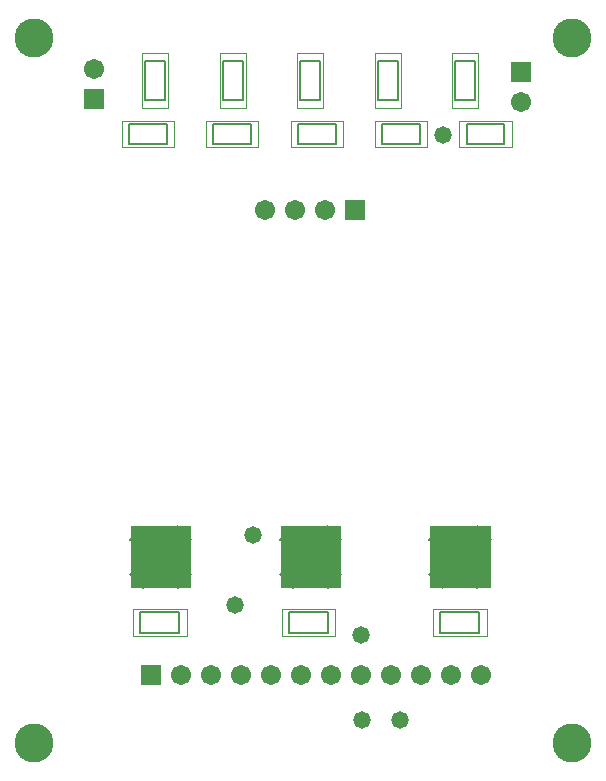
<source format=gbs>
G04*
G04 #@! TF.GenerationSoftware,Altium Limited,Altium Designer,18.0.7 (293)*
G04*
G04 Layer_Color=16711935*
%FSLAX25Y25*%
%MOIN*%
G70*
G01*
G75*
%ADD10C,0.00500*%
%ADD12C,0.00197*%
%ADD21C,0.13005*%
%ADD22R,0.06706X0.06706*%
%ADD23C,0.06706*%
%ADD24R,0.06706X0.06706*%
%ADD25C,0.05800*%
G36*
X40841Y81736D02*
X60925D01*
Y61258D01*
X40841D01*
Y81736D01*
D02*
G37*
G36*
X90747D02*
X110831D01*
Y61258D01*
X90747D01*
Y81736D01*
D02*
G37*
G36*
X140652D02*
X160736D01*
Y61258D01*
X140652D01*
Y81736D01*
D02*
G37*
D10*
X93504Y46035D02*
Y52965D01*
X106496Y46035D02*
Y52965D01*
X93504D02*
X106496D01*
X93504Y46035D02*
X106496D01*
X93504D02*
Y52965D01*
X106496Y46035D02*
Y52965D01*
X93504D02*
X106496D01*
X93504Y46035D02*
X106496D01*
X144004D02*
Y52965D01*
X156996Y46035D02*
Y52965D01*
X144004D02*
X156996D01*
X144004Y46035D02*
X156996D01*
X144004D02*
Y52965D01*
X156996Y46035D02*
Y52965D01*
X144004D02*
X156996D01*
X144004Y46035D02*
X156996D01*
X44004D02*
X56996D01*
X44004Y52965D02*
X56996D01*
Y46035D02*
Y52965D01*
X44004Y46035D02*
Y52965D01*
Y46035D02*
X56996D01*
X44004Y52965D02*
X56996D01*
Y46035D02*
Y52965D01*
X44004Y46035D02*
Y52965D01*
X152701Y209154D02*
X165299D01*
X152701Y215846D02*
X165299D01*
Y209154D02*
Y215846D01*
X152701Y209154D02*
Y215846D01*
Y209154D02*
X165299D01*
X152701Y215846D02*
X165299D01*
Y209154D02*
Y215846D01*
X152701Y209154D02*
Y215846D01*
X124576Y209154D02*
X137174D01*
X124576Y215846D02*
X137174D01*
Y209154D02*
Y215846D01*
X124576Y209154D02*
Y215846D01*
Y209154D02*
X137174D01*
X124576Y215846D02*
X137174D01*
Y209154D02*
Y215846D01*
X124576Y209154D02*
Y215846D01*
X96451Y209154D02*
X109049D01*
X96451Y215846D02*
X109049D01*
Y209154D02*
Y215846D01*
X96451Y209154D02*
Y215846D01*
Y209154D02*
X109049D01*
X96451Y215846D02*
X109049D01*
Y209154D02*
Y215846D01*
X96451Y209154D02*
Y215846D01*
X68326Y209154D02*
X80924D01*
X68326Y215846D02*
X80924D01*
Y209154D02*
Y215846D01*
X68326Y209154D02*
Y215846D01*
Y209154D02*
X80924D01*
X68326Y215846D02*
X80924D01*
Y209154D02*
Y215846D01*
X68326Y209154D02*
Y215846D01*
X40201Y209154D02*
X52799D01*
X40201Y215846D02*
X52799D01*
Y209154D02*
Y215846D01*
X40201Y209154D02*
Y215846D01*
Y209154D02*
X52799D01*
X40201Y215846D02*
X52799D01*
Y209154D02*
Y215846D01*
X40201Y209154D02*
Y215846D01*
X148856Y223705D02*
X155549D01*
X148856D02*
Y236697D01*
X155549D01*
Y223705D02*
Y236697D01*
X148856Y223705D02*
X155549D01*
X148856D02*
Y236697D01*
X155549D01*
Y223705D02*
Y236697D01*
X123022Y223705D02*
X129715D01*
X123022D02*
Y236697D01*
X129715D01*
Y223705D02*
Y236697D01*
X123022Y223705D02*
X129715D01*
X123022D02*
Y236697D01*
X129715D01*
Y223705D02*
Y236697D01*
X97189Y223705D02*
X103882D01*
X97189D02*
Y236697D01*
X103882D01*
Y223705D02*
Y236697D01*
X97189Y223705D02*
X103882D01*
X97189D02*
Y236697D01*
X103882D01*
Y223705D02*
Y236697D01*
X71356D02*
X78049D01*
Y223705D02*
Y236697D01*
X71356Y223705D02*
X78049D01*
X71356D02*
Y236697D01*
X78049D01*
Y223705D02*
Y236697D01*
X71356Y223705D02*
X78049D01*
X71356D02*
Y236697D01*
X45522Y223705D02*
X52215D01*
X45522D02*
Y236697D01*
X52215D01*
Y223705D02*
Y236697D01*
X45522Y223705D02*
X52215D01*
X45522D02*
Y236697D01*
X52215D01*
Y223705D02*
Y236697D01*
X56471Y61264D02*
X60925Y65718D01*
X40453Y65753D02*
X44942Y61264D01*
X40453Y76995D02*
X45194Y81736D01*
X56334D02*
X60925Y77145D01*
X56471Y61264D02*
X60925Y65718D01*
X40453Y65753D02*
X44942Y61264D01*
X40453Y76995D02*
X45194Y81736D01*
X56334D02*
X60925Y77145D01*
X106377Y61264D02*
X110831Y65718D01*
X90358Y65753D02*
X94847Y61264D01*
X90358Y76995D02*
X95099Y81736D01*
X106239D02*
X110831Y77145D01*
X106377Y61264D02*
X110831Y65718D01*
X90358Y65753D02*
X94847Y61264D01*
X90358Y76995D02*
X95099Y81736D01*
X106239D02*
X110831Y77145D01*
X156282Y61264D02*
X160736Y65718D01*
X140264Y65753D02*
X144753Y61264D01*
X140264Y76995D02*
X145005Y81736D01*
X156145D02*
X160736Y77145D01*
X156282Y61264D02*
X160736Y65718D01*
X140264Y65753D02*
X144753Y61264D01*
X140264Y76995D02*
X145005Y81736D01*
X156145D02*
X160736Y77145D01*
D12*
X108898Y45032D02*
Y53969D01*
X91102Y45032D02*
Y53969D01*
X108898D01*
X91102Y45032D02*
X108898D01*
X159398D02*
Y53969D01*
X141602Y45032D02*
Y53969D01*
X159398D01*
X141602Y45032D02*
X159398D01*
X41602D02*
X59398D01*
X41602Y53969D02*
X59398D01*
X41602Y45032D02*
Y53969D01*
X59398Y45032D02*
Y53969D01*
X150280Y208110D02*
X167720D01*
X150280Y216890D02*
X167720D01*
X150280Y208110D02*
Y216890D01*
X167720Y208110D02*
Y216890D01*
X122155Y208110D02*
X139595D01*
X122155Y216890D02*
X139595D01*
X122155Y208110D02*
Y216890D01*
X139595Y208110D02*
Y216890D01*
X94030Y208110D02*
X111470D01*
X94030Y216890D02*
X111470D01*
X94030Y208110D02*
Y216890D01*
X111470Y208110D02*
Y216890D01*
X65905Y208110D02*
X83345D01*
X65905Y216890D02*
X83345D01*
X65905Y208110D02*
Y216890D01*
X83345Y208110D02*
Y216890D01*
X37780Y208110D02*
X55220D01*
X37780Y216890D02*
X55220D01*
X37780Y208110D02*
Y216890D01*
X55220Y208110D02*
Y216890D01*
X147871Y221106D02*
Y239295D01*
X156533D01*
Y221106D02*
Y239295D01*
X147871Y221106D02*
X156533D01*
X122038D02*
Y239295D01*
X130699D01*
Y221106D02*
Y239295D01*
X122038Y221106D02*
X130699D01*
X96205D02*
Y239295D01*
X104866D01*
Y221106D02*
Y239295D01*
X96205Y221106D02*
X104866D01*
X79033D02*
Y239295D01*
X70371Y221106D02*
X79033D01*
X70371D02*
Y239295D01*
X79033D01*
X44538Y221106D02*
Y239295D01*
X53199D01*
Y221106D02*
Y239295D01*
X44538Y221106D02*
X53199D01*
D21*
X8500Y9500D02*
D03*
X188000D02*
D03*
Y244500D02*
D03*
X8500D02*
D03*
D22*
X28500Y224000D02*
D03*
X171000Y233000D02*
D03*
D23*
X28500Y234000D02*
D03*
X171000Y223000D02*
D03*
X85500Y187000D02*
D03*
X95500D02*
D03*
X105500D02*
D03*
X157500Y32000D02*
D03*
X147500D02*
D03*
X137500D02*
D03*
X127500D02*
D03*
X117500D02*
D03*
X107500D02*
D03*
X97500D02*
D03*
X87500D02*
D03*
X77500D02*
D03*
X67500D02*
D03*
X57500D02*
D03*
D24*
X115500Y187000D02*
D03*
X47500Y32000D02*
D03*
D25*
X117500Y45500D02*
D03*
X118000Y17000D02*
D03*
X130500D02*
D03*
X75500Y55500D02*
D03*
X145000Y212000D02*
D03*
X81600Y78783D02*
D03*
M02*

</source>
